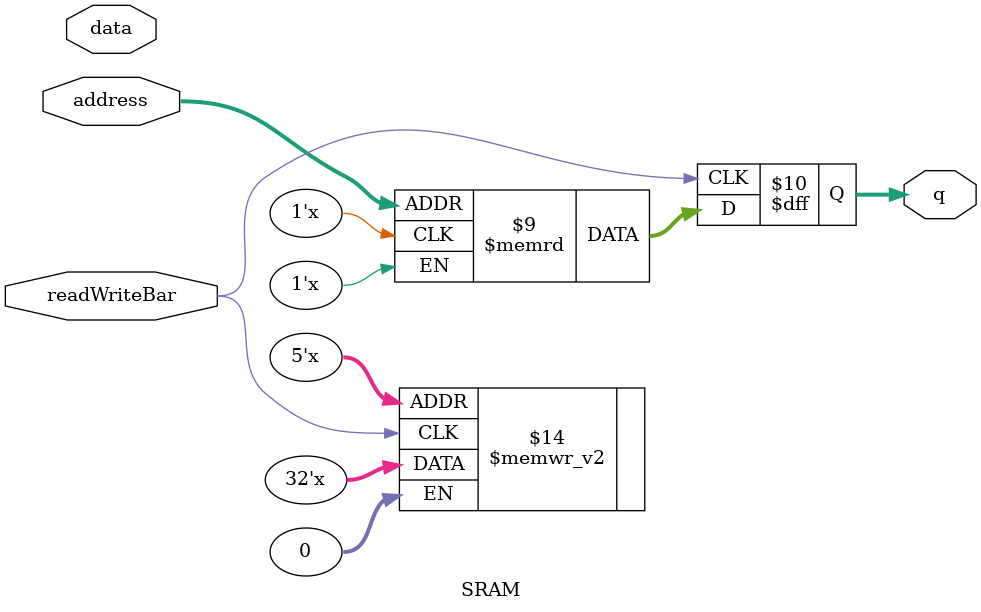
<source format=v>
`timescale 1ns / 1ps


module SRAM (
  input wire [4:0] address,
  input wire [31:0] data,
  input wire readWriteBar,
  output reg [31:0] q
);

  reg [31:0] memory [0:31];

  always @(posedge readWriteBar) begin
    if (readWriteBar) begin
      q <= memory[address];
    end else begin
      memory[address] <= data;
    end
  end
endmodule

</source>
